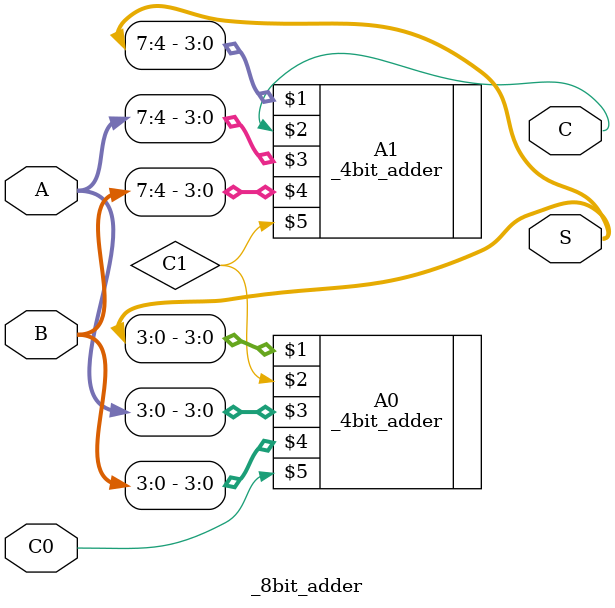
<source format=v>
module _8bit_adder (S,C,A,B,C0);
input [7:0] A,B;
input C0;
output C;
output [7:0] S;
wire C1;
 
_4bit_adder A0(S[3:0],C1,A[3:0],B[3:0],C0),
				A1(S[7:4],C,A[7:4],B[7:4],C1);
				
endmodule 
</source>
